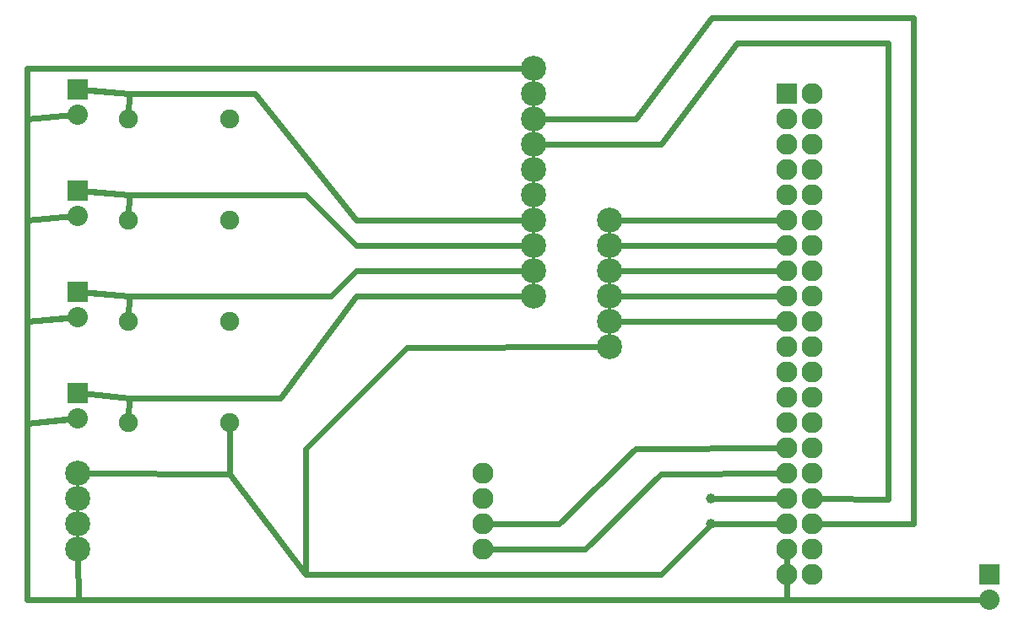
<source format=gbl>
G04 MADE WITH FRITZING*
G04 WWW.FRITZING.ORG*
G04 DOUBLE SIDED*
G04 HOLES PLATED*
G04 CONTOUR ON CENTER OF CONTOUR VECTOR*
%FSLAX26Y26*%
%MOIN*%
%ADD10C,0.083307*%
%ADD11C,0.099055*%
%ADD12C,0.080000*%
%ADD13C,0.075000*%
%ADD14C,0.039370*%
%ADD15R,0.083307X0.083307*%
%ADD16R,0.080000X0.080000*%
%ADD17C,0.024000*%
G04 COPPER0*
%FSLAX26Y26*%
%MOIN*%
D10*
X3273430Y2317467D03*
X3273430Y2217467D03*
X3273430Y2117467D03*
X3273430Y2017467D03*
X3273430Y1917467D03*
X3273430Y1817467D03*
X3273430Y1717470D03*
X3273430Y1617470D03*
X3273430Y1517470D03*
X3273430Y1417470D03*
X3273430Y1317470D03*
X3273430Y1217470D03*
X3273430Y1117470D03*
X3273430Y1017470D03*
X3273430Y917470D03*
X3273430Y817470D03*
X3273430Y717470D03*
X3273430Y617470D03*
X3273430Y517470D03*
X3273430Y417470D03*
X3173430Y2317467D03*
X3173430Y2217467D03*
X3173430Y2117467D03*
X3173430Y2017467D03*
X3173430Y1917467D03*
X3173430Y1817467D03*
X3173430Y1717470D03*
X3173430Y1617470D03*
X3173430Y1517470D03*
X3173430Y1417470D03*
X3173430Y1317470D03*
X3173430Y1217470D03*
X3173430Y1117470D03*
X3173430Y1017470D03*
X3173430Y917470D03*
X3173430Y817470D03*
X3173430Y717470D03*
X3173430Y617470D03*
X3173430Y517470D03*
X3173430Y417470D03*
X1973430Y817470D03*
X1973430Y717470D03*
X1973430Y617470D03*
X1973430Y517470D03*
D11*
X373425Y817470D03*
X373425Y717470D03*
X373425Y617470D03*
X373425Y517470D03*
D12*
X3973430Y417470D03*
X3973430Y317470D03*
X373425Y1536370D03*
X373425Y1436370D03*
X373425Y1136360D03*
X373425Y1036360D03*
X373425Y1936365D03*
X373425Y1836365D03*
X373425Y2336365D03*
X373425Y2236365D03*
D11*
X2173430Y2417467D03*
X2173430Y2317467D03*
X2173430Y2217467D03*
X2173430Y2117467D03*
X2173430Y2017467D03*
X2173430Y1917467D03*
X2173430Y1817467D03*
X2173430Y1717470D03*
X2173430Y1617470D03*
X2173430Y1517470D03*
D13*
X573425Y1017470D03*
X973425Y1017470D03*
X573425Y1417470D03*
X973425Y1417470D03*
X573425Y2217467D03*
X973425Y2217467D03*
X573425Y1817467D03*
X973425Y1817467D03*
D14*
X2873430Y717460D03*
X2873430Y717460D03*
X3973430Y417460D03*
X2173430Y2317468D03*
X973425Y1017460D03*
X973425Y1417460D03*
X973425Y1817468D03*
X2873430Y617460D03*
D11*
X2473430Y1817467D03*
X2473430Y1717470D03*
X2473430Y1617470D03*
X2473430Y1517470D03*
X2473430Y1417470D03*
X2473430Y1317470D03*
D15*
X3173434Y2317467D03*
D16*
X3973430Y417470D03*
X373425Y1536370D03*
X373425Y1136360D03*
X373425Y1936365D03*
X373425Y2336365D03*
D17*
X971628Y815900D02*
X402953Y817390D01*
D02*
X973269Y999970D02*
X971628Y815900D01*
D02*
X173947Y2418685D02*
X2143900Y2417485D01*
D02*
X173947Y2218337D02*
X173947Y2418685D01*
D02*
X173947Y2218337D02*
X173947Y1817641D01*
D02*
X173947Y1817641D02*
X353513Y1834496D01*
D02*
X173947Y1817641D02*
X173947Y1416950D01*
D02*
X353506Y2234565D02*
X173947Y2218337D01*
D02*
X173947Y1416950D02*
X353519Y1434430D01*
D02*
X373425Y1436370D02*
X173947Y1416950D01*
D02*
X173947Y1416950D02*
X173947Y1016250D01*
D02*
X173947Y1016250D02*
X353526Y1034360D01*
D02*
X373425Y1036360D02*
X173947Y1016250D01*
D02*
X173947Y1016250D02*
X173947Y318740D01*
D02*
X173947Y318740D02*
X971628Y318740D01*
D02*
X971628Y318740D02*
X374295Y318740D01*
D02*
X374295Y318740D02*
X373554Y487940D01*
D02*
X1071800Y2318511D02*
X1472500Y1817641D01*
D02*
X1472500Y1817641D02*
X2143900Y1817475D01*
D02*
X574643Y2318511D02*
X1071800Y2318511D01*
D02*
X393347Y2334597D02*
X574643Y2318511D01*
D02*
X373425Y2336365D02*
X574643Y2318511D01*
D02*
X574643Y2318511D02*
X573636Y2234966D01*
D02*
X1272150Y1917815D02*
X574643Y1917815D01*
D02*
X574643Y1917815D02*
X393341Y1934529D01*
D02*
X1472500Y1717470D02*
X1272150Y1917815D01*
D02*
X373425Y1936365D02*
X574643Y1917815D01*
D02*
X2143900Y1717470D02*
X1472500Y1717470D01*
D02*
X574643Y1917815D02*
X573637Y1834966D01*
D02*
X1372320Y1517120D02*
X574643Y1517120D01*
D02*
X574643Y1517120D02*
X393334Y1534460D01*
D02*
X1472500Y1617290D02*
X1372320Y1517120D01*
D02*
X373425Y1536370D02*
X574643Y1517120D01*
D02*
X2143900Y1617460D02*
X1472500Y1617290D01*
D02*
X574643Y1517120D02*
X573639Y1434970D01*
D02*
X1472500Y1517120D02*
X1171980Y1116420D01*
D02*
X1171980Y1116420D02*
X574643Y1116420D01*
D02*
X2143900Y1517450D02*
X1472500Y1517120D01*
D02*
X574643Y1116420D02*
X393328Y1134390D01*
D02*
X3171740Y318740D02*
X374295Y318740D01*
D02*
X374295Y318740D02*
X373554Y487940D01*
D02*
X3173060Y395820D02*
X3171740Y318740D01*
D02*
X393328Y1134390D02*
X574643Y1116420D01*
D02*
X574643Y1116420D02*
X573640Y1034970D01*
D02*
X2574410Y916080D02*
X2273890Y619260D01*
D02*
X3151770Y917420D02*
X2574410Y916080D01*
D02*
X2273890Y619260D02*
X1995080Y617600D01*
D02*
X2674580Y815900D02*
X2374060Y519090D01*
D02*
X3151770Y817400D02*
X2674580Y815900D01*
D02*
X2374060Y519090D02*
X1995080Y517560D01*
D02*
X2881300Y717470D02*
X3151770Y717470D01*
D02*
X2975110Y2518859D02*
X2674580Y2118163D01*
D02*
X2674580Y2118163D02*
X2202950Y2117508D01*
D02*
X3572440Y2518859D02*
X2975110Y2518859D01*
D02*
X3572440Y715730D02*
X3572440Y2518859D01*
D02*
X3295080Y717340D02*
X3572440Y715730D01*
D02*
X2202950Y2217531D02*
X2574410Y2218337D01*
D02*
X2574410Y2218337D02*
X2874930Y2619033D01*
D02*
X2874930Y2619033D02*
X3672610Y2619033D01*
D02*
X3672610Y2619033D02*
X3672610Y619260D01*
D02*
X3672610Y619260D02*
X3295080Y617560D01*
D02*
X3171740Y318740D02*
X3953430Y317500D01*
D02*
X3173060Y395820D02*
X3171740Y318740D01*
D02*
X2881300Y617470D02*
X3151770Y617470D01*
D02*
X3173430Y439120D02*
X3173430Y495810D01*
D02*
X971628Y815900D02*
X1272150Y418920D01*
D02*
X1272150Y418920D02*
X2674580Y418920D01*
D02*
X2674580Y418920D02*
X2867850Y611900D01*
D02*
X3151770Y1817467D02*
X2502950Y1817467D01*
D02*
X3151770Y1717470D02*
X2502950Y1717470D01*
D02*
X3151770Y1617470D02*
X2502950Y1617470D01*
D02*
X3151770Y1517470D02*
X2502950Y1517470D01*
D02*
X3151770Y1417470D02*
X2502950Y1417470D01*
D02*
X1672850Y1316770D02*
X2443900Y1317440D01*
D02*
X1272150Y418920D02*
X1272150Y916080D01*
D02*
X1272150Y916080D02*
X1672850Y1316770D01*
G04 End of Copper0*
M02*
</source>
